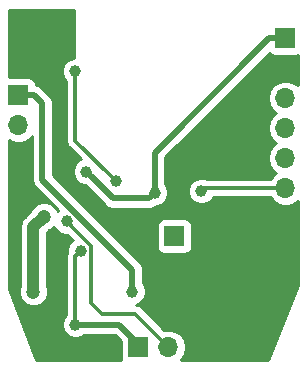
<source format=gbr>
G04 #@! TF.GenerationSoftware,KiCad,Pcbnew,5.0.0-fee4fd1~66~ubuntu16.04.1*
G04 #@! TF.CreationDate,2018-12-09T19:45:05+07:00*
G04 #@! TF.ProjectId,master_circuit,6D61737465725F636972637569742E6B,rev?*
G04 #@! TF.SameCoordinates,Original*
G04 #@! TF.FileFunction,Copper,L2,Bot,Signal*
G04 #@! TF.FilePolarity,Positive*
%FSLAX46Y46*%
G04 Gerber Fmt 4.6, Leading zero omitted, Abs format (unit mm)*
G04 Created by KiCad (PCBNEW 5.0.0-fee4fd1~66~ubuntu16.04.1) date Sun Dec  9 19:45:05 2018*
%MOMM*%
%LPD*%
G01*
G04 APERTURE LIST*
G04 #@! TA.AperFunction,ComponentPad*
%ADD10R,1.700000X1.700000*%
G04 #@! TD*
G04 #@! TA.AperFunction,ComponentPad*
%ADD11O,1.700000X1.700000*%
G04 #@! TD*
G04 #@! TA.AperFunction,ViaPad*
%ADD12C,1.000000*%
G04 #@! TD*
G04 #@! TA.AperFunction,ViaPad*
%ADD13C,0.800000*%
G04 #@! TD*
G04 #@! TA.AperFunction,ViaPad*
%ADD14C,1.200000*%
G04 #@! TD*
G04 #@! TA.AperFunction,Conductor*
%ADD15C,0.300000*%
G04 #@! TD*
G04 #@! TA.AperFunction,Conductor*
%ADD16C,0.500000*%
G04 #@! TD*
G04 #@! TA.AperFunction,Conductor*
%ADD17C,1.000000*%
G04 #@! TD*
G04 #@! TA.AperFunction,Conductor*
%ADD18C,0.254000*%
G04 #@! TD*
G04 APERTURE END LIST*
D10*
G04 #@! TO.P,J1,1*
G04 #@! TO.N,+3V3*
X168402000Y-63500000D03*
D11*
G04 #@! TO.P,J1,2*
G04 #@! TO.N,GND*
X168402000Y-66040000D03*
G04 #@! TO.P,J1,3*
G04 #@! TO.N,TXD*
X168402000Y-68580000D03*
G04 #@! TO.P,J1,4*
G04 #@! TO.N,RXD*
X168402000Y-71120000D03*
G04 #@! TO.P,J1,5*
G04 #@! TO.N,IO0*
X168402000Y-73660000D03*
G04 #@! TO.P,J1,6*
G04 #@! TO.N,EN*
X168402000Y-76200000D03*
G04 #@! TD*
D10*
G04 #@! TO.P,J2,1*
G04 #@! TO.N,+5V*
X145796000Y-68326000D03*
D11*
G04 #@! TO.P,J2,2*
G04 #@! TO.N,IO16*
X145796000Y-70866000D03*
G04 #@! TO.P,J2,3*
G04 #@! TO.N,GND*
X145796000Y-73406000D03*
G04 #@! TD*
D10*
G04 #@! TO.P,J3,1*
G04 #@! TO.N,+3V3*
X155956000Y-89662000D03*
D11*
G04 #@! TO.P,J3,2*
G04 #@! TO.N,ADC*
X158496000Y-89662000D03*
G04 #@! TD*
D10*
G04 #@! TO.P,J4,1*
G04 #@! TO.N,BAT*
X159004000Y-80264000D03*
D11*
G04 #@! TO.P,J4,2*
G04 #@! TO.N,GND*
X156464000Y-80264000D03*
G04 #@! TD*
D12*
G04 #@! TO.N,GND*
X148336000Y-90297000D03*
X160655000Y-88900000D03*
X162052000Y-88900000D03*
X149606000Y-81661000D03*
X160655000Y-90170000D03*
X162052000Y-90170000D03*
X163830000Y-77470000D03*
X165100000Y-77470000D03*
X167132000Y-81915000D03*
X167132000Y-83185000D03*
X167132000Y-84455000D03*
D13*
X146812000Y-61595000D03*
D12*
X148336000Y-89027000D03*
D13*
X149479000Y-85471000D03*
X148336000Y-85979000D03*
D12*
G04 #@! TO.N,+3V3*
X150622000Y-87764000D03*
D14*
X147955000Y-78613000D03*
X147066000Y-84963000D03*
D12*
X157353000Y-76581000D03*
X151075991Y-81534000D03*
X151511000Y-74803000D03*
G04 #@! TO.N,+5V*
X155448000Y-84963000D03*
G04 #@! TO.N,EN*
X150622000Y-66294000D03*
X154066010Y-75631000D03*
X161274990Y-76454000D03*
G04 #@! TO.N,ADC*
X149871443Y-79005443D03*
G04 #@! TD*
D15*
G04 #@! TO.N,GND*
X163830000Y-77470000D02*
X165100000Y-77470000D01*
D16*
G04 #@! TO.N,+3V3*
X155956000Y-89408000D02*
X155956000Y-89662000D01*
X154312000Y-87764000D02*
X155956000Y-89408000D01*
X150622000Y-87764000D02*
X154312000Y-87764000D01*
D17*
X147066000Y-79502000D02*
X147066000Y-84963000D01*
X147955000Y-78613000D02*
X147066000Y-79502000D01*
D16*
X157353000Y-75873894D02*
X157353000Y-76581000D01*
X168402000Y-63500000D02*
X167052000Y-63500000D01*
X157353000Y-73199000D02*
X157353000Y-75873894D01*
X167052000Y-63500000D02*
X157353000Y-73199000D01*
D15*
X150622000Y-87764000D02*
X150622000Y-81987991D01*
X150622000Y-81987991D02*
X151075991Y-81534000D01*
D16*
X152010999Y-75302999D02*
X151511000Y-74803000D01*
X153788999Y-77080999D02*
X152010999Y-75302999D01*
X156853001Y-77080999D02*
X153788999Y-77080999D01*
X157353000Y-76581000D02*
X156853001Y-77080999D01*
G04 #@! TO.N,+5V*
X155448000Y-84255894D02*
X155448000Y-84963000D01*
X147828000Y-69008000D02*
X147828000Y-75476076D01*
X147146000Y-68326000D02*
X147828000Y-69008000D01*
X147828000Y-75476076D02*
X155448000Y-83096076D01*
X145796000Y-68326000D02*
X147146000Y-68326000D01*
X155448000Y-83096076D02*
X155448000Y-84255894D01*
D15*
G04 #@! TO.N,EN*
X153566011Y-75131001D02*
X154066010Y-75631000D01*
X150622000Y-66294000D02*
X150622000Y-72186990D01*
X150622000Y-72186990D02*
X153566011Y-75131001D01*
X161528990Y-76200000D02*
X161274990Y-76454000D01*
X168402000Y-76200000D02*
X161528990Y-76200000D01*
G04 #@! TO.N,ADC*
X151980001Y-81114001D02*
X150371442Y-79505442D01*
X158496000Y-89662000D02*
X155702000Y-86868000D01*
X152908000Y-86868000D02*
X151980001Y-85940001D01*
X155702000Y-86868000D02*
X152908000Y-86868000D01*
X151980001Y-85940001D02*
X151980001Y-81114001D01*
X150371442Y-79505442D02*
X149871443Y-79005443D01*
G04 #@! TD*
D18*
G04 #@! TO.N,GND*
G36*
X146943001Y-75388911D02*
X146925663Y-75476076D01*
X146994348Y-75821385D01*
X147140576Y-76040230D01*
X147140578Y-76040232D01*
X147189952Y-76114125D01*
X147263845Y-76163499D01*
X149186049Y-78085704D01*
X149106352Y-78165401D01*
X149001982Y-77913429D01*
X148654571Y-77566018D01*
X148200657Y-77378000D01*
X147709343Y-77378000D01*
X147255429Y-77566018D01*
X146908018Y-77913429D01*
X146808017Y-78154851D01*
X146342481Y-78620387D01*
X146247711Y-78683711D01*
X146032737Y-79005443D01*
X145996854Y-79059146D01*
X145908765Y-79502000D01*
X145931000Y-79613783D01*
X145931001Y-84475920D01*
X145831000Y-84717343D01*
X145831000Y-85208657D01*
X146019018Y-85662571D01*
X146366429Y-86009982D01*
X146820343Y-86198000D01*
X147311657Y-86198000D01*
X147765571Y-86009982D01*
X148112982Y-85662571D01*
X148301000Y-85208657D01*
X148301000Y-84717343D01*
X148201000Y-84475922D01*
X148201000Y-79972131D01*
X148413149Y-79759983D01*
X148654571Y-79659982D01*
X148838048Y-79476505D01*
X148909236Y-79648369D01*
X149228517Y-79967650D01*
X149645677Y-80140443D01*
X149896286Y-80140443D01*
X150380350Y-80624508D01*
X150113784Y-80891074D01*
X149940991Y-81308234D01*
X149940991Y-81594231D01*
X149882546Y-81681700D01*
X149821622Y-81987991D01*
X149837001Y-82065308D01*
X149837000Y-86943867D01*
X149659793Y-87121074D01*
X149487000Y-87538234D01*
X149487000Y-87989766D01*
X149659793Y-88406926D01*
X149979074Y-88726207D01*
X150396234Y-88899000D01*
X150847766Y-88899000D01*
X151264926Y-88726207D01*
X151342133Y-88649000D01*
X153945422Y-88649000D01*
X154458560Y-89162138D01*
X154458560Y-90512000D01*
X154501922Y-90730000D01*
X147299627Y-90730000D01*
X144982000Y-84704170D01*
X144982000Y-72108096D01*
X145216582Y-72264839D01*
X145649744Y-72351000D01*
X145942256Y-72351000D01*
X146375418Y-72264839D01*
X146866625Y-71936625D01*
X146943000Y-71822321D01*
X146943001Y-75388911D01*
X146943001Y-75388911D01*
G37*
X146943001Y-75388911D02*
X146925663Y-75476076D01*
X146994348Y-75821385D01*
X147140576Y-76040230D01*
X147140578Y-76040232D01*
X147189952Y-76114125D01*
X147263845Y-76163499D01*
X149186049Y-78085704D01*
X149106352Y-78165401D01*
X149001982Y-77913429D01*
X148654571Y-77566018D01*
X148200657Y-77378000D01*
X147709343Y-77378000D01*
X147255429Y-77566018D01*
X146908018Y-77913429D01*
X146808017Y-78154851D01*
X146342481Y-78620387D01*
X146247711Y-78683711D01*
X146032737Y-79005443D01*
X145996854Y-79059146D01*
X145908765Y-79502000D01*
X145931000Y-79613783D01*
X145931001Y-84475920D01*
X145831000Y-84717343D01*
X145831000Y-85208657D01*
X146019018Y-85662571D01*
X146366429Y-86009982D01*
X146820343Y-86198000D01*
X147311657Y-86198000D01*
X147765571Y-86009982D01*
X148112982Y-85662571D01*
X148301000Y-85208657D01*
X148301000Y-84717343D01*
X148201000Y-84475922D01*
X148201000Y-79972131D01*
X148413149Y-79759983D01*
X148654571Y-79659982D01*
X148838048Y-79476505D01*
X148909236Y-79648369D01*
X149228517Y-79967650D01*
X149645677Y-80140443D01*
X149896286Y-80140443D01*
X150380350Y-80624508D01*
X150113784Y-80891074D01*
X149940991Y-81308234D01*
X149940991Y-81594231D01*
X149882546Y-81681700D01*
X149821622Y-81987991D01*
X149837001Y-82065308D01*
X149837000Y-86943867D01*
X149659793Y-87121074D01*
X149487000Y-87538234D01*
X149487000Y-87989766D01*
X149659793Y-88406926D01*
X149979074Y-88726207D01*
X150396234Y-88899000D01*
X150847766Y-88899000D01*
X151264926Y-88726207D01*
X151342133Y-88649000D01*
X153945422Y-88649000D01*
X154458560Y-89162138D01*
X154458560Y-90512000D01*
X154501922Y-90730000D01*
X147299627Y-90730000D01*
X144982000Y-84704170D01*
X144982000Y-72108096D01*
X145216582Y-72264839D01*
X145649744Y-72351000D01*
X145942256Y-72351000D01*
X146375418Y-72264839D01*
X146866625Y-71936625D01*
X146943000Y-71822321D01*
X146943001Y-75388911D01*
G36*
X150495000Y-65159000D02*
X150396234Y-65159000D01*
X149979074Y-65331793D01*
X149659793Y-65651074D01*
X149487000Y-66068234D01*
X149487000Y-66519766D01*
X149659793Y-66936926D01*
X149837000Y-67114133D01*
X149837001Y-72109673D01*
X149821622Y-72186990D01*
X149882546Y-72493281D01*
X150012251Y-72687398D01*
X150012254Y-72687401D01*
X150056048Y-72752943D01*
X150121590Y-72796737D01*
X151078489Y-73753636D01*
X150868074Y-73840793D01*
X150548793Y-74160074D01*
X150376000Y-74577234D01*
X150376000Y-75028766D01*
X150548793Y-75445926D01*
X150868074Y-75765207D01*
X151285234Y-75938000D01*
X151394422Y-75938000D01*
X153101576Y-77645155D01*
X153150950Y-77719048D01*
X153224843Y-77768422D01*
X153224844Y-77768423D01*
X153377527Y-77870443D01*
X153443689Y-77914651D01*
X153701834Y-77965999D01*
X153701838Y-77965999D01*
X153788999Y-77983336D01*
X153876160Y-77965999D01*
X156765840Y-77965999D01*
X156853001Y-77983336D01*
X156940162Y-77965999D01*
X156940166Y-77965999D01*
X157198311Y-77914651D01*
X157491050Y-77719048D01*
X157493087Y-77716000D01*
X157578766Y-77716000D01*
X157995926Y-77543207D01*
X158315207Y-77223926D01*
X158488000Y-76806766D01*
X158488000Y-76355234D01*
X158315207Y-75938074D01*
X158238000Y-75860867D01*
X158238000Y-73565578D01*
X167054769Y-64748810D01*
X167094191Y-64807809D01*
X167304235Y-64948157D01*
X167552000Y-64997440D01*
X169252000Y-64997440D01*
X169470000Y-64954078D01*
X169470000Y-67507621D01*
X168981418Y-67181161D01*
X168548256Y-67095000D01*
X168255744Y-67095000D01*
X167822582Y-67181161D01*
X167331375Y-67509375D01*
X167003161Y-68000582D01*
X166887908Y-68580000D01*
X167003161Y-69159418D01*
X167331375Y-69650625D01*
X167629761Y-69850000D01*
X167331375Y-70049375D01*
X167003161Y-70540582D01*
X166887908Y-71120000D01*
X167003161Y-71699418D01*
X167331375Y-72190625D01*
X167629761Y-72390000D01*
X167331375Y-72589375D01*
X167003161Y-73080582D01*
X166887908Y-73660000D01*
X167003161Y-74239418D01*
X167331375Y-74730625D01*
X167629761Y-74930000D01*
X167331375Y-75129375D01*
X167140526Y-75415000D01*
X161732521Y-75415000D01*
X161500756Y-75319000D01*
X161049224Y-75319000D01*
X160632064Y-75491793D01*
X160312783Y-75811074D01*
X160139990Y-76228234D01*
X160139990Y-76679766D01*
X160312783Y-77096926D01*
X160632064Y-77416207D01*
X161049224Y-77589000D01*
X161500756Y-77589000D01*
X161917916Y-77416207D01*
X162237197Y-77096926D01*
X162283558Y-76985000D01*
X167140526Y-76985000D01*
X167331375Y-77270625D01*
X167822582Y-77598839D01*
X168255744Y-77685000D01*
X168548256Y-77685000D01*
X168981418Y-77598839D01*
X169470001Y-77272379D01*
X169470001Y-84442918D01*
X166908598Y-90730000D01*
X159568379Y-90730000D01*
X159894839Y-90241418D01*
X160010092Y-89662000D01*
X159894839Y-89082582D01*
X159566625Y-88591375D01*
X159075418Y-88263161D01*
X158642256Y-88177000D01*
X158349744Y-88177000D01*
X158159082Y-88214925D01*
X156311749Y-86367592D01*
X156267953Y-86302047D01*
X156008292Y-86128546D01*
X155779316Y-86083000D01*
X155779312Y-86083000D01*
X155732472Y-86073683D01*
X156090926Y-85925207D01*
X156410207Y-85605926D01*
X156583000Y-85188766D01*
X156583000Y-84737234D01*
X156410207Y-84320074D01*
X156333000Y-84242867D01*
X156333000Y-83183235D01*
X156350337Y-83096075D01*
X156333000Y-83008915D01*
X156333000Y-83008911D01*
X156281652Y-82750766D01*
X156086049Y-82458027D01*
X156012156Y-82408654D01*
X153017502Y-79414000D01*
X157506560Y-79414000D01*
X157506560Y-81114000D01*
X157555843Y-81361765D01*
X157696191Y-81571809D01*
X157906235Y-81712157D01*
X158154000Y-81761440D01*
X159854000Y-81761440D01*
X160101765Y-81712157D01*
X160311809Y-81571809D01*
X160452157Y-81361765D01*
X160501440Y-81114000D01*
X160501440Y-79414000D01*
X160452157Y-79166235D01*
X160311809Y-78956191D01*
X160101765Y-78815843D01*
X159854000Y-78766560D01*
X158154000Y-78766560D01*
X157906235Y-78815843D01*
X157696191Y-78956191D01*
X157555843Y-79166235D01*
X157506560Y-79414000D01*
X153017502Y-79414000D01*
X148713000Y-75109498D01*
X148713000Y-69095161D01*
X148730337Y-69008000D01*
X148713000Y-68920839D01*
X148713000Y-68920835D01*
X148661652Y-68662690D01*
X148466049Y-68369951D01*
X148392156Y-68320577D01*
X147833425Y-67761847D01*
X147784049Y-67687951D01*
X147491310Y-67492348D01*
X147288674Y-67452041D01*
X147244157Y-67228235D01*
X147103809Y-67018191D01*
X146893765Y-66877843D01*
X146646000Y-66828560D01*
X144982000Y-66828560D01*
X144982000Y-61162000D01*
X150495000Y-61162000D01*
X150495000Y-65159000D01*
X150495000Y-65159000D01*
G37*
X150495000Y-65159000D02*
X150396234Y-65159000D01*
X149979074Y-65331793D01*
X149659793Y-65651074D01*
X149487000Y-66068234D01*
X149487000Y-66519766D01*
X149659793Y-66936926D01*
X149837000Y-67114133D01*
X149837001Y-72109673D01*
X149821622Y-72186990D01*
X149882546Y-72493281D01*
X150012251Y-72687398D01*
X150012254Y-72687401D01*
X150056048Y-72752943D01*
X150121590Y-72796737D01*
X151078489Y-73753636D01*
X150868074Y-73840793D01*
X150548793Y-74160074D01*
X150376000Y-74577234D01*
X150376000Y-75028766D01*
X150548793Y-75445926D01*
X150868074Y-75765207D01*
X151285234Y-75938000D01*
X151394422Y-75938000D01*
X153101576Y-77645155D01*
X153150950Y-77719048D01*
X153224843Y-77768422D01*
X153224844Y-77768423D01*
X153377527Y-77870443D01*
X153443689Y-77914651D01*
X153701834Y-77965999D01*
X153701838Y-77965999D01*
X153788999Y-77983336D01*
X153876160Y-77965999D01*
X156765840Y-77965999D01*
X156853001Y-77983336D01*
X156940162Y-77965999D01*
X156940166Y-77965999D01*
X157198311Y-77914651D01*
X157491050Y-77719048D01*
X157493087Y-77716000D01*
X157578766Y-77716000D01*
X157995926Y-77543207D01*
X158315207Y-77223926D01*
X158488000Y-76806766D01*
X158488000Y-76355234D01*
X158315207Y-75938074D01*
X158238000Y-75860867D01*
X158238000Y-73565578D01*
X167054769Y-64748810D01*
X167094191Y-64807809D01*
X167304235Y-64948157D01*
X167552000Y-64997440D01*
X169252000Y-64997440D01*
X169470000Y-64954078D01*
X169470000Y-67507621D01*
X168981418Y-67181161D01*
X168548256Y-67095000D01*
X168255744Y-67095000D01*
X167822582Y-67181161D01*
X167331375Y-67509375D01*
X167003161Y-68000582D01*
X166887908Y-68580000D01*
X167003161Y-69159418D01*
X167331375Y-69650625D01*
X167629761Y-69850000D01*
X167331375Y-70049375D01*
X167003161Y-70540582D01*
X166887908Y-71120000D01*
X167003161Y-71699418D01*
X167331375Y-72190625D01*
X167629761Y-72390000D01*
X167331375Y-72589375D01*
X167003161Y-73080582D01*
X166887908Y-73660000D01*
X167003161Y-74239418D01*
X167331375Y-74730625D01*
X167629761Y-74930000D01*
X167331375Y-75129375D01*
X167140526Y-75415000D01*
X161732521Y-75415000D01*
X161500756Y-75319000D01*
X161049224Y-75319000D01*
X160632064Y-75491793D01*
X160312783Y-75811074D01*
X160139990Y-76228234D01*
X160139990Y-76679766D01*
X160312783Y-77096926D01*
X160632064Y-77416207D01*
X161049224Y-77589000D01*
X161500756Y-77589000D01*
X161917916Y-77416207D01*
X162237197Y-77096926D01*
X162283558Y-76985000D01*
X167140526Y-76985000D01*
X167331375Y-77270625D01*
X167822582Y-77598839D01*
X168255744Y-77685000D01*
X168548256Y-77685000D01*
X168981418Y-77598839D01*
X169470001Y-77272379D01*
X169470001Y-84442918D01*
X166908598Y-90730000D01*
X159568379Y-90730000D01*
X159894839Y-90241418D01*
X160010092Y-89662000D01*
X159894839Y-89082582D01*
X159566625Y-88591375D01*
X159075418Y-88263161D01*
X158642256Y-88177000D01*
X158349744Y-88177000D01*
X158159082Y-88214925D01*
X156311749Y-86367592D01*
X156267953Y-86302047D01*
X156008292Y-86128546D01*
X155779316Y-86083000D01*
X155779312Y-86083000D01*
X155732472Y-86073683D01*
X156090926Y-85925207D01*
X156410207Y-85605926D01*
X156583000Y-85188766D01*
X156583000Y-84737234D01*
X156410207Y-84320074D01*
X156333000Y-84242867D01*
X156333000Y-83183235D01*
X156350337Y-83096075D01*
X156333000Y-83008915D01*
X156333000Y-83008911D01*
X156281652Y-82750766D01*
X156086049Y-82458027D01*
X156012156Y-82408654D01*
X153017502Y-79414000D01*
X157506560Y-79414000D01*
X157506560Y-81114000D01*
X157555843Y-81361765D01*
X157696191Y-81571809D01*
X157906235Y-81712157D01*
X158154000Y-81761440D01*
X159854000Y-81761440D01*
X160101765Y-81712157D01*
X160311809Y-81571809D01*
X160452157Y-81361765D01*
X160501440Y-81114000D01*
X160501440Y-79414000D01*
X160452157Y-79166235D01*
X160311809Y-78956191D01*
X160101765Y-78815843D01*
X159854000Y-78766560D01*
X158154000Y-78766560D01*
X157906235Y-78815843D01*
X157696191Y-78956191D01*
X157555843Y-79166235D01*
X157506560Y-79414000D01*
X153017502Y-79414000D01*
X148713000Y-75109498D01*
X148713000Y-69095161D01*
X148730337Y-69008000D01*
X148713000Y-68920839D01*
X148713000Y-68920835D01*
X148661652Y-68662690D01*
X148466049Y-68369951D01*
X148392156Y-68320577D01*
X147833425Y-67761847D01*
X147784049Y-67687951D01*
X147491310Y-67492348D01*
X147288674Y-67452041D01*
X147244157Y-67228235D01*
X147103809Y-67018191D01*
X146893765Y-66877843D01*
X146646000Y-66828560D01*
X144982000Y-66828560D01*
X144982000Y-61162000D01*
X150495000Y-61162000D01*
X150495000Y-65159000D01*
G04 #@! TD*
M02*

</source>
